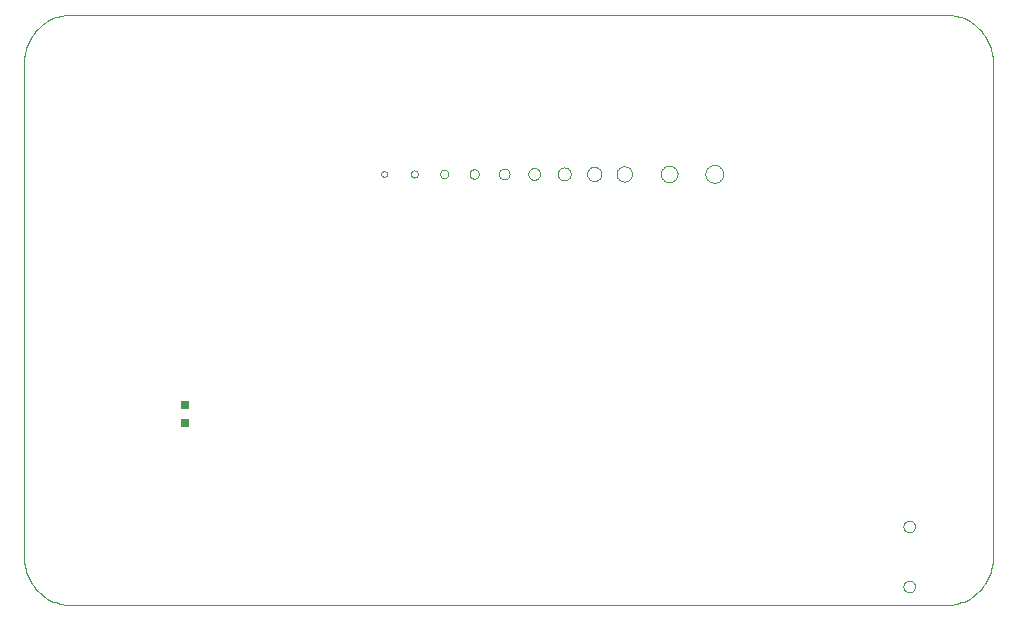
<source format=gbp>
G75*
G70*
%OFA0B0*%
%FSLAX24Y24*%
%IPPOS*%
%LPD*%
%AMOC8*
5,1,8,0,0,1.08239X$1,22.5*
%
%ADD10C,0.0000*%
%ADD11R,0.0315X0.0315*%
D10*
X001725Y000150D02*
X030859Y000150D01*
X029453Y000775D02*
X029455Y000802D01*
X029461Y000829D01*
X029470Y000855D01*
X029483Y000879D01*
X029499Y000902D01*
X029518Y000921D01*
X029540Y000938D01*
X029564Y000952D01*
X029589Y000962D01*
X029616Y000969D01*
X029643Y000972D01*
X029671Y000971D01*
X029698Y000966D01*
X029724Y000958D01*
X029748Y000946D01*
X029771Y000930D01*
X029792Y000912D01*
X029809Y000891D01*
X029824Y000867D01*
X029835Y000842D01*
X029843Y000816D01*
X029847Y000789D01*
X029847Y000761D01*
X029843Y000734D01*
X029835Y000708D01*
X029824Y000683D01*
X029809Y000659D01*
X029792Y000638D01*
X029771Y000620D01*
X029749Y000604D01*
X029724Y000592D01*
X029698Y000584D01*
X029671Y000579D01*
X029643Y000578D01*
X029616Y000581D01*
X029589Y000588D01*
X029564Y000598D01*
X029540Y000612D01*
X029518Y000629D01*
X029499Y000648D01*
X029483Y000671D01*
X029470Y000695D01*
X029461Y000721D01*
X029455Y000748D01*
X029453Y000775D01*
X030859Y000150D02*
X030936Y000152D01*
X031013Y000158D01*
X031090Y000167D01*
X031166Y000180D01*
X031242Y000197D01*
X031316Y000218D01*
X031390Y000242D01*
X031462Y000270D01*
X031532Y000301D01*
X031601Y000336D01*
X031669Y000374D01*
X031734Y000415D01*
X031797Y000460D01*
X031858Y000508D01*
X031917Y000558D01*
X031973Y000611D01*
X032026Y000667D01*
X032076Y000726D01*
X032124Y000787D01*
X032169Y000850D01*
X032210Y000915D01*
X032248Y000983D01*
X032283Y001052D01*
X032314Y001122D01*
X032342Y001194D01*
X032366Y001268D01*
X032387Y001342D01*
X032404Y001418D01*
X032417Y001494D01*
X032426Y001571D01*
X032432Y001648D01*
X032434Y001725D01*
X032433Y001725D02*
X032433Y018260D01*
X032434Y018260D02*
X032432Y018337D01*
X032426Y018414D01*
X032417Y018491D01*
X032404Y018567D01*
X032387Y018643D01*
X032366Y018717D01*
X032342Y018791D01*
X032314Y018863D01*
X032283Y018933D01*
X032248Y019002D01*
X032210Y019070D01*
X032169Y019135D01*
X032124Y019198D01*
X032076Y019259D01*
X032026Y019318D01*
X031973Y019374D01*
X031917Y019427D01*
X031858Y019477D01*
X031797Y019525D01*
X031734Y019570D01*
X031669Y019611D01*
X031601Y019649D01*
X031532Y019684D01*
X031462Y019715D01*
X031390Y019743D01*
X031316Y019767D01*
X031242Y019788D01*
X031166Y019805D01*
X031090Y019818D01*
X031013Y019827D01*
X030936Y019833D01*
X030859Y019835D01*
X001725Y019835D01*
X001648Y019833D01*
X001571Y019827D01*
X001494Y019818D01*
X001418Y019805D01*
X001342Y019788D01*
X001268Y019767D01*
X001194Y019743D01*
X001122Y019715D01*
X001052Y019684D01*
X000983Y019649D01*
X000915Y019611D01*
X000850Y019570D01*
X000787Y019525D01*
X000726Y019477D01*
X000667Y019427D01*
X000611Y019374D01*
X000558Y019318D01*
X000508Y019259D01*
X000460Y019198D01*
X000415Y019135D01*
X000374Y019070D01*
X000336Y019002D01*
X000301Y018933D01*
X000270Y018863D01*
X000242Y018791D01*
X000218Y018717D01*
X000197Y018643D01*
X000180Y018567D01*
X000167Y018491D01*
X000158Y018414D01*
X000152Y018337D01*
X000150Y018260D01*
X000150Y001725D01*
X000152Y001648D01*
X000158Y001571D01*
X000167Y001494D01*
X000180Y001418D01*
X000197Y001342D01*
X000218Y001268D01*
X000242Y001194D01*
X000270Y001122D01*
X000301Y001052D01*
X000336Y000983D01*
X000374Y000915D01*
X000415Y000850D01*
X000460Y000787D01*
X000508Y000726D01*
X000558Y000667D01*
X000611Y000611D01*
X000667Y000558D01*
X000726Y000508D01*
X000787Y000460D01*
X000850Y000415D01*
X000915Y000374D01*
X000983Y000336D01*
X001052Y000301D01*
X001122Y000270D01*
X001194Y000242D01*
X001268Y000218D01*
X001342Y000197D01*
X001418Y000180D01*
X001494Y000167D01*
X001571Y000158D01*
X001648Y000152D01*
X001725Y000150D01*
X012052Y014525D02*
X012054Y014544D01*
X012059Y014563D01*
X012069Y014579D01*
X012081Y014594D01*
X012096Y014606D01*
X012112Y014616D01*
X012131Y014621D01*
X012150Y014623D01*
X012169Y014621D01*
X012188Y014616D01*
X012204Y014606D01*
X012219Y014594D01*
X012231Y014579D01*
X012241Y014563D01*
X012246Y014544D01*
X012248Y014525D01*
X012246Y014506D01*
X012241Y014487D01*
X012231Y014471D01*
X012219Y014456D01*
X012204Y014444D01*
X012188Y014434D01*
X012169Y014429D01*
X012150Y014427D01*
X012131Y014429D01*
X012112Y014434D01*
X012096Y014444D01*
X012081Y014456D01*
X012069Y014471D01*
X012059Y014487D01*
X012054Y014506D01*
X012052Y014525D01*
X013032Y014525D02*
X013034Y014546D01*
X013040Y014566D01*
X013049Y014586D01*
X013061Y014603D01*
X013076Y014617D01*
X013094Y014629D01*
X013114Y014637D01*
X013134Y014642D01*
X013155Y014643D01*
X013176Y014640D01*
X013196Y014634D01*
X013215Y014623D01*
X013232Y014610D01*
X013245Y014594D01*
X013256Y014576D01*
X013264Y014556D01*
X013268Y014536D01*
X013268Y014514D01*
X013264Y014494D01*
X013256Y014474D01*
X013245Y014456D01*
X013232Y014440D01*
X013215Y014427D01*
X013196Y014416D01*
X013176Y014410D01*
X013155Y014407D01*
X013134Y014408D01*
X013114Y014413D01*
X013094Y014421D01*
X013076Y014433D01*
X013061Y014447D01*
X013049Y014464D01*
X013040Y014484D01*
X013034Y014504D01*
X013032Y014525D01*
X014012Y014525D02*
X014014Y014548D01*
X014020Y014571D01*
X014030Y014592D01*
X014043Y014612D01*
X014059Y014629D01*
X014078Y014643D01*
X014099Y014653D01*
X014121Y014660D01*
X014144Y014663D01*
X014168Y014662D01*
X014190Y014657D01*
X014212Y014648D01*
X014232Y014636D01*
X014250Y014620D01*
X014264Y014602D01*
X014276Y014582D01*
X014284Y014560D01*
X014288Y014537D01*
X014288Y014513D01*
X014284Y014490D01*
X014276Y014468D01*
X014264Y014448D01*
X014250Y014430D01*
X014232Y014414D01*
X014212Y014402D01*
X014190Y014393D01*
X014168Y014388D01*
X014144Y014387D01*
X014121Y014390D01*
X014099Y014397D01*
X014078Y014407D01*
X014059Y014421D01*
X014043Y014438D01*
X014030Y014458D01*
X014020Y014479D01*
X014014Y014502D01*
X014012Y014525D01*
X014993Y014525D02*
X014995Y014550D01*
X015001Y014574D01*
X015010Y014596D01*
X015023Y014617D01*
X015039Y014636D01*
X015058Y014652D01*
X015079Y014665D01*
X015101Y014674D01*
X015125Y014680D01*
X015150Y014682D01*
X015175Y014680D01*
X015199Y014674D01*
X015221Y014665D01*
X015242Y014652D01*
X015261Y014636D01*
X015277Y014617D01*
X015290Y014596D01*
X015299Y014574D01*
X015305Y014550D01*
X015307Y014525D01*
X015305Y014500D01*
X015299Y014476D01*
X015290Y014454D01*
X015277Y014433D01*
X015261Y014414D01*
X015242Y014398D01*
X015221Y014385D01*
X015199Y014376D01*
X015175Y014370D01*
X015150Y014368D01*
X015125Y014370D01*
X015101Y014376D01*
X015079Y014385D01*
X015058Y014398D01*
X015039Y014414D01*
X015023Y014433D01*
X015010Y014454D01*
X015001Y014476D01*
X014995Y014500D01*
X014993Y014525D01*
X015973Y014525D02*
X015975Y014551D01*
X015981Y014577D01*
X015991Y014602D01*
X016004Y014625D01*
X016020Y014645D01*
X016040Y014663D01*
X016062Y014678D01*
X016085Y014690D01*
X016111Y014698D01*
X016137Y014702D01*
X016163Y014702D01*
X016189Y014698D01*
X016215Y014690D01*
X016239Y014678D01*
X016260Y014663D01*
X016280Y014645D01*
X016296Y014625D01*
X016309Y014602D01*
X016319Y014577D01*
X016325Y014551D01*
X016327Y014525D01*
X016325Y014499D01*
X016319Y014473D01*
X016309Y014448D01*
X016296Y014425D01*
X016280Y014405D01*
X016260Y014387D01*
X016238Y014372D01*
X016215Y014360D01*
X016189Y014352D01*
X016163Y014348D01*
X016137Y014348D01*
X016111Y014352D01*
X016085Y014360D01*
X016061Y014372D01*
X016040Y014387D01*
X016020Y014405D01*
X016004Y014425D01*
X015991Y014448D01*
X015981Y014473D01*
X015975Y014499D01*
X015973Y014525D01*
X016953Y014525D02*
X016955Y014552D01*
X016961Y014579D01*
X016970Y014605D01*
X016983Y014629D01*
X016999Y014652D01*
X017018Y014671D01*
X017040Y014688D01*
X017064Y014702D01*
X017089Y014712D01*
X017116Y014719D01*
X017143Y014722D01*
X017171Y014721D01*
X017198Y014716D01*
X017224Y014708D01*
X017248Y014696D01*
X017271Y014680D01*
X017292Y014662D01*
X017309Y014641D01*
X017324Y014617D01*
X017335Y014592D01*
X017343Y014566D01*
X017347Y014539D01*
X017347Y014511D01*
X017343Y014484D01*
X017335Y014458D01*
X017324Y014433D01*
X017309Y014409D01*
X017292Y014388D01*
X017271Y014370D01*
X017249Y014354D01*
X017224Y014342D01*
X017198Y014334D01*
X017171Y014329D01*
X017143Y014328D01*
X017116Y014331D01*
X017089Y014338D01*
X017064Y014348D01*
X017040Y014362D01*
X017018Y014379D01*
X016999Y014398D01*
X016983Y014421D01*
X016970Y014445D01*
X016961Y014471D01*
X016955Y014498D01*
X016953Y014525D01*
X017933Y014525D02*
X017935Y014554D01*
X017941Y014582D01*
X017950Y014610D01*
X017963Y014636D01*
X017980Y014659D01*
X017999Y014681D01*
X018021Y014700D01*
X018046Y014715D01*
X018072Y014728D01*
X018100Y014736D01*
X018128Y014741D01*
X018157Y014742D01*
X018186Y014739D01*
X018214Y014732D01*
X018241Y014722D01*
X018267Y014708D01*
X018290Y014691D01*
X018311Y014671D01*
X018329Y014648D01*
X018344Y014623D01*
X018355Y014596D01*
X018363Y014568D01*
X018367Y014539D01*
X018367Y014511D01*
X018363Y014482D01*
X018355Y014454D01*
X018344Y014427D01*
X018329Y014402D01*
X018311Y014379D01*
X018290Y014359D01*
X018267Y014342D01*
X018241Y014328D01*
X018214Y014318D01*
X018186Y014311D01*
X018157Y014308D01*
X018128Y014309D01*
X018100Y014314D01*
X018072Y014322D01*
X018046Y014335D01*
X018021Y014350D01*
X017999Y014369D01*
X017980Y014391D01*
X017963Y014414D01*
X017950Y014440D01*
X017941Y014468D01*
X017935Y014496D01*
X017933Y014525D01*
X018914Y014525D02*
X018916Y014555D01*
X018922Y014585D01*
X018931Y014614D01*
X018944Y014641D01*
X018961Y014666D01*
X018980Y014689D01*
X019003Y014710D01*
X019028Y014727D01*
X019054Y014741D01*
X019083Y014751D01*
X019112Y014758D01*
X019142Y014761D01*
X019173Y014760D01*
X019203Y014755D01*
X019232Y014746D01*
X019259Y014734D01*
X019285Y014719D01*
X019309Y014700D01*
X019330Y014678D01*
X019348Y014654D01*
X019363Y014627D01*
X019374Y014599D01*
X019382Y014570D01*
X019386Y014540D01*
X019386Y014510D01*
X019382Y014480D01*
X019374Y014451D01*
X019363Y014423D01*
X019348Y014396D01*
X019330Y014372D01*
X019309Y014350D01*
X019285Y014331D01*
X019259Y014316D01*
X019232Y014304D01*
X019203Y014295D01*
X019173Y014290D01*
X019142Y014289D01*
X019112Y014292D01*
X019083Y014299D01*
X019054Y014309D01*
X019028Y014323D01*
X019003Y014340D01*
X018980Y014361D01*
X018961Y014384D01*
X018944Y014409D01*
X018931Y014436D01*
X018922Y014465D01*
X018916Y014495D01*
X018914Y014525D01*
X019894Y014525D02*
X019896Y014556D01*
X019902Y014587D01*
X019911Y014617D01*
X019924Y014646D01*
X019941Y014673D01*
X019961Y014697D01*
X019983Y014719D01*
X020009Y014738D01*
X020036Y014754D01*
X020065Y014766D01*
X020095Y014775D01*
X020126Y014780D01*
X020158Y014781D01*
X020189Y014778D01*
X020220Y014771D01*
X020250Y014761D01*
X020278Y014747D01*
X020304Y014729D01*
X020328Y014709D01*
X020349Y014685D01*
X020368Y014660D01*
X020383Y014632D01*
X020394Y014603D01*
X020402Y014572D01*
X020406Y014541D01*
X020406Y014509D01*
X020402Y014478D01*
X020394Y014447D01*
X020383Y014418D01*
X020368Y014390D01*
X020349Y014365D01*
X020328Y014341D01*
X020304Y014321D01*
X020278Y014303D01*
X020250Y014289D01*
X020220Y014279D01*
X020189Y014272D01*
X020158Y014269D01*
X020126Y014270D01*
X020095Y014275D01*
X020065Y014284D01*
X020036Y014296D01*
X020009Y014312D01*
X019983Y014331D01*
X019961Y014353D01*
X019941Y014377D01*
X019924Y014404D01*
X019911Y014433D01*
X019902Y014463D01*
X019896Y014494D01*
X019894Y014525D01*
X021374Y014525D02*
X021376Y014558D01*
X021382Y014590D01*
X021391Y014621D01*
X021404Y014651D01*
X021421Y014679D01*
X021441Y014705D01*
X021464Y014729D01*
X021489Y014749D01*
X021517Y014767D01*
X021546Y014781D01*
X021577Y014791D01*
X021609Y014798D01*
X021642Y014801D01*
X021675Y014800D01*
X021707Y014795D01*
X021738Y014786D01*
X021769Y014774D01*
X021797Y014758D01*
X021824Y014739D01*
X021848Y014717D01*
X021869Y014692D01*
X021888Y014665D01*
X021903Y014636D01*
X021914Y014606D01*
X021922Y014574D01*
X021926Y014541D01*
X021926Y014509D01*
X021922Y014476D01*
X021914Y014444D01*
X021903Y014414D01*
X021888Y014385D01*
X021869Y014358D01*
X021848Y014333D01*
X021824Y014311D01*
X021797Y014292D01*
X021769Y014276D01*
X021738Y014264D01*
X021707Y014255D01*
X021675Y014250D01*
X021642Y014249D01*
X021609Y014252D01*
X021577Y014259D01*
X021546Y014269D01*
X021517Y014283D01*
X021489Y014301D01*
X021464Y014321D01*
X021441Y014345D01*
X021421Y014371D01*
X021404Y014399D01*
X021391Y014429D01*
X021382Y014460D01*
X021376Y014492D01*
X021374Y014525D01*
X022855Y014525D02*
X022857Y014559D01*
X022863Y014593D01*
X022873Y014626D01*
X022886Y014657D01*
X022904Y014687D01*
X022924Y014715D01*
X022948Y014740D01*
X022974Y014762D01*
X023002Y014780D01*
X023033Y014796D01*
X023065Y014808D01*
X023099Y014816D01*
X023133Y014820D01*
X023167Y014820D01*
X023201Y014816D01*
X023235Y014808D01*
X023267Y014796D01*
X023297Y014780D01*
X023326Y014762D01*
X023352Y014740D01*
X023376Y014715D01*
X023396Y014687D01*
X023414Y014657D01*
X023427Y014626D01*
X023437Y014593D01*
X023443Y014559D01*
X023445Y014525D01*
X023443Y014491D01*
X023437Y014457D01*
X023427Y014424D01*
X023414Y014393D01*
X023396Y014363D01*
X023376Y014335D01*
X023352Y014310D01*
X023326Y014288D01*
X023298Y014270D01*
X023267Y014254D01*
X023235Y014242D01*
X023201Y014234D01*
X023167Y014230D01*
X023133Y014230D01*
X023099Y014234D01*
X023065Y014242D01*
X023033Y014254D01*
X023002Y014270D01*
X022974Y014288D01*
X022948Y014310D01*
X022924Y014335D01*
X022904Y014363D01*
X022886Y014393D01*
X022873Y014424D01*
X022863Y014457D01*
X022857Y014491D01*
X022855Y014525D01*
X029453Y002775D02*
X029455Y002802D01*
X029461Y002829D01*
X029470Y002855D01*
X029483Y002879D01*
X029499Y002902D01*
X029518Y002921D01*
X029540Y002938D01*
X029564Y002952D01*
X029589Y002962D01*
X029616Y002969D01*
X029643Y002972D01*
X029671Y002971D01*
X029698Y002966D01*
X029724Y002958D01*
X029748Y002946D01*
X029771Y002930D01*
X029792Y002912D01*
X029809Y002891D01*
X029824Y002867D01*
X029835Y002842D01*
X029843Y002816D01*
X029847Y002789D01*
X029847Y002761D01*
X029843Y002734D01*
X029835Y002708D01*
X029824Y002683D01*
X029809Y002659D01*
X029792Y002638D01*
X029771Y002620D01*
X029749Y002604D01*
X029724Y002592D01*
X029698Y002584D01*
X029671Y002579D01*
X029643Y002578D01*
X029616Y002581D01*
X029589Y002588D01*
X029564Y002598D01*
X029540Y002612D01*
X029518Y002629D01*
X029499Y002648D01*
X029483Y002671D01*
X029470Y002695D01*
X029461Y002721D01*
X029455Y002748D01*
X029453Y002775D01*
D11*
X005525Y006230D03*
X005525Y006820D03*
M02*

</source>
